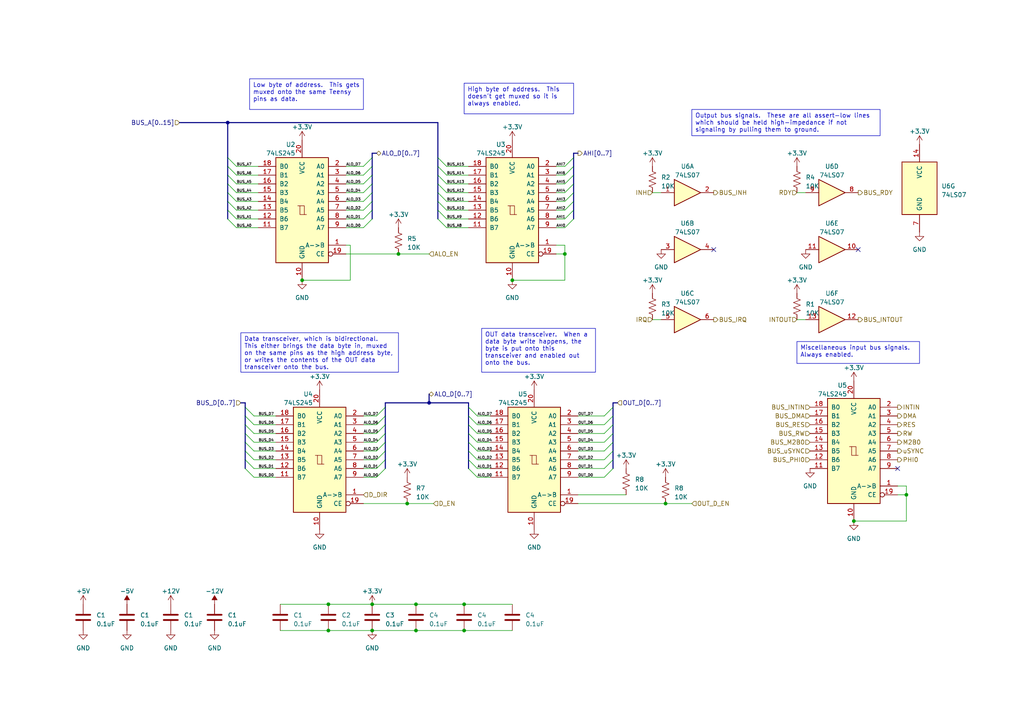
<source format=kicad_sch>
(kicad_sch (version 20230121) (generator eeschema)
  (paper "A4")
  (lib_symbols
    (symbol "74xx:74LS07" (pin_names (offset 1.016))
      (property "Reference" "U" (at 0 1.27 0))
      (property "Value" "74LS07" (at 0 -1.27 0))
      (symbol "74LS07_1_0"
        (polyline (pts (xy -3.81 3.81) (xy -3.81 -3.81) (xy 3.81 0) (xy -3.81 3.81)) (stroke (width 0.254)) (fill (type background)))
        (pin input line (at -7.62 0 0) (length 3.81) (name "~") (number "1"))
        (pin open_collector line (at 7.62 0 180) (length 3.81) (name "~") (number "2"))
      )
      (symbol "74LS07_2_0"
        (polyline (pts (xy -3.81 3.81) (xy -3.81 -3.81) (xy 3.81 0) (xy -3.81 3.81)) (stroke (width 0.254)) (fill (type background)))
        (pin input line (at -7.62 0 0) (length 3.81) (name "~") (number "3"))
        (pin open_collector line (at 7.62 0 180) (length 3.81) (name "~") (number "4"))
      )
      (symbol "74LS07_3_0"
        (polyline (pts (xy -3.81 3.81) (xy -3.81 -3.81) (xy 3.81 0) (xy -3.81 3.81)) (stroke (width 0.254)) (fill (type background)))
        (pin input line (at -7.62 0 0) (length 3.81) (name "~") (number "5"))
        (pin open_collector line (at 7.62 0 180) (length 3.81) (name "~") (number "6"))
      )
      (symbol "74LS07_4_0"
        (polyline (pts (xy -3.81 3.81) (xy -3.81 -3.81) (xy 3.81 0) (xy -3.81 3.81)) (stroke (width 0.254)) (fill (type background)))
        (pin open_collector line (at 7.62 0 180) (length 3.81) (name "~") (number "8"))
        (pin input line (at -7.62 0 0) (length 3.81) (name "~") (number "9"))
      )
      (symbol "74LS07_5_0"
        (polyline (pts (xy -3.81 3.81) (xy -3.81 -3.81) (xy 3.81 0) (xy -3.81 3.81)) (stroke (width 0.254)) (fill (type background)))
        (pin open_collector line (at 7.62 0 180) (length 3.81) (name "~") (number "10"))
        (pin input line (at -7.62 0 0) (length 3.81) (name "~") (number "11"))
      )
      (symbol "74LS07_6_0"
        (polyline (pts (xy -3.81 3.81) (xy -3.81 -3.81) (xy 3.81 0) (xy -3.81 3.81)) (stroke (width 0.254)) (fill (type background)))
        (pin open_collector line (at 7.62 0 180) (length 3.81) (name "~") (number "12"))
        (pin input line (at -7.62 0 0) (length 3.81) (name "~") (number "13"))
      )
      (symbol "74LS07_7_0"
        (pin power_in line (at 0 12.7 270) (length 5.08) (name "VCC") (number "14"))
        (pin power_in line (at 0 -12.7 90) (length 5.08) (name "GND") (number "7"))
      )
      (symbol "74LS07_7_1"
        (rectangle (start -5.08 7.62) (end 5.08 -7.62) (stroke (width 0.254)) (fill (type background)))
      )
    )
    (symbol "74xx:74LS245" (pin_names (offset 1.016))
      (property "Reference" "U" (at -7.62 16.51 0))
      (property "Value" "74LS245" (at -7.62 -16.51 0))
      (symbol "74LS245_1_0"
        (polyline (pts (xy -0.635 -1.27) (xy -0.635 1.27) (xy 0.635 1.27)))
        (polyline (pts (xy -1.27 -1.27) (xy 0.635 -1.27) (xy 0.635 1.27) (xy 1.27 1.27)))
        (pin input line (at -12.7 -10.16 0) (length 5.08) (name "A->B") (number "1"))
        (pin power_in line (at 0 -20.32 90) (length 5.08) (name "GND") (number "10"))
        (pin tri_state line (at 12.7 -5.08 180) (length 5.08) (name "B7") (number "11"))
        (pin tri_state line (at 12.7 -2.54 180) (length 5.08) (name "B6") (number "12"))
        (pin tri_state line (at 12.7 0 180) (length 5.08) (name "B5") (number "13"))
        (pin tri_state line (at 12.7 2.54 180) (length 5.08) (name "B4") (number "14"))
        (pin tri_state line (at 12.7 5.08 180) (length 5.08) (name "B3") (number "15"))
        (pin tri_state line (at 12.7 7.62 180) (length 5.08) (name "B2") (number "16"))
        (pin tri_state line (at 12.7 10.16 180) (length 5.08) (name "B1") (number "17"))
        (pin tri_state line (at 12.7 12.7 180) (length 5.08) (name "B0") (number "18"))
        (pin input inverted (at -12.7 -12.7 0) (length 5.08) (name "CE") (number "19"))
        (pin tri_state line (at -12.7 12.7 0) (length 5.08) (name "A0") (number "2"))
        (pin power_in line (at 0 20.32 270) (length 5.08) (name "VCC") (number "20"))
        (pin tri_state line (at -12.7 10.16 0) (length 5.08) (name "A1") (number "3"))
        (pin tri_state line (at -12.7 7.62 0) (length 5.08) (name "A2") (number "4"))
        (pin tri_state line (at -12.7 5.08 0) (length 5.08) (name "A3") (number "5"))
        (pin tri_state line (at -12.7 2.54 0) (length 5.08) (name "A4") (number "6"))
        (pin tri_state line (at -12.7 0 0) (length 5.08) (name "A5") (number "7"))
        (pin tri_state line (at -12.7 -2.54 0) (length 5.08) (name "A6") (number "8"))
        (pin tri_state line (at -12.7 -5.08 0) (length 5.08) (name "A7") (number "9"))
      )
      (symbol "74LS245_1_1"
        (rectangle (start -7.62 15.24) (end 7.62 -15.24) (stroke (width 0.254)) (fill (type background)))
      )
    )
    (symbol "Device:C" (pin_numbers hide) (pin_names (offset 0.254))
      (property "Reference" "C" (at 0.635 2.54 0))
      (property "Value" "C" (at 0.635 -2.54 0))
      (symbol "C_0_1"
        (polyline (pts (xy -2.032 -0.762) (xy 2.032 -0.762)) (stroke (width 0.508)))
        (polyline (pts (xy -2.032 0.762) (xy 2.032 0.762)) (stroke (width 0.508)))
      )
      (symbol "C_1_1"
        (pin passive line (at 0 3.81 270) (length 2.794) (name "~") (number "1"))
        (pin passive line (at 0 -3.81 90) (length 2.794) (name "~") (number "2"))
      )
    )
    (symbol "Device:R_US" (pin_numbers hide) (pin_names (offset 0))
      (property "Reference" "R" (at 2.54 0 90))
      (property "Value" "R_US" (at -2.54 0 90))
      (symbol "R_US_0_1"
        (polyline (pts (xy 0 -2.286) (xy 0 -2.54)))
        (polyline (pts (xy 0 2.286) (xy 0 2.54)))
        (polyline (pts (xy 0 -0.762) (xy 1.016 -1.143) (xy 0 -1.524) (xy -1.016 -1.905) (xy 0 -2.286)))
        (polyline (pts (xy 0 0.762) (xy 1.016 0.381) (xy 0 0) (xy -1.016 -0.381) (xy 0 -0.762)))
        (polyline (pts (xy 0 2.286) (xy 1.016 1.905) (xy 0 1.524) (xy -1.016 1.143) (xy 0 0.762)))
      )
      (symbol "R_US_1_1"
        (pin passive line (at 0 3.81 270) (length 1.27) (name "~") (number "1"))
        (pin passive line (at 0 -3.81 90) (length 1.27) (name "~") (number "2"))
      )
    )
    (symbol "power:+12V" (power) (pin_names (offset 0))
      (property "Value" "+12V" (at 0 3.556 0))
      (symbol "+12V_0_1"
        (polyline (pts (xy -0.762 1.27) (xy 0 2.54)))
        (polyline (pts (xy 0 0) (xy 0 2.54)))
        (polyline (pts (xy 0 2.54) (xy 0.762 1.27)))
      )
      (symbol "+12V_1_1"
        (pin power_in line (at 0 0 90) (length 0) hide (name "+12V") (number "1"))
      )
    )
    (symbol "power:+3.3V" (power) (pin_names (offset 0))
      (property "Value" "+3.3V" (at 0 3.556 0))
      (symbol "+3.3V_0_1"
        (polyline (pts (xy -0.762 1.27) (xy 0 2.54)))
        (polyline (pts (xy 0 0) (xy 0 2.54)))
        (polyline (pts (xy 0 2.54) (xy 0.762 1.27)))
      )
      (symbol "+3.3V_1_1"
        (pin power_in line (at 0 0 90) (length 0) hide (name "+3.3V") (number "1"))
      )
    )
    (symbol "power:+5V" (power) (pin_names (offset 0))
      (property "Value" "+5V" (at 0 3.556 0))
      (symbol "+5V_0_1"
        (polyline (pts (xy -0.762 1.27) (xy 0 2.54)))
        (polyline (pts (xy 0 0) (xy 0 2.54)))
        (polyline (pts (xy 0 2.54) (xy 0.762 1.27)))
      )
      (symbol "+5V_1_1"
        (pin power_in line (at 0 0 90) (length 0) hide (name "+5V") (number "1"))
      )
    )
    (symbol "power:-12V" (power) (pin_names (offset 0))
      (property "Value" "-12V" (at 0 3.81 0))
      (symbol "-12V_0_0"
        (pin power_in line (at 0 0 90) (length 0) hide (name "-12V") (number "1"))
      )
      (symbol "-12V_0_1"
        (polyline (pts (xy 0 0) (xy 0 1.27) (xy 0.762 1.27) (xy 0 2.54) (xy -0.762 1.27) (xy 0 1.27)) (fill (type outline)))
      )
    )
    (symbol "power:-5V" (power) (pin_names (offset 0))
      (property "Value" "-5V" (at 0 3.81 0))
      (symbol "-5V_0_0"
        (pin power_in line (at 0 0 90) (length 0) hide (name "-5V") (number "1"))
      )
      (symbol "-5V_0_1"
        (polyline (pts (xy 0 0) (xy 0 1.27) (xy 0.762 1.27) (xy 0 2.54) (xy -0.762 1.27) (xy 0 1.27)) (fill (type outline)))
      )
    )
    (symbol "power:GND" (power) (pin_names (offset 0))
      (property "Value" "GND" (at 0 -3.81 0))
      (symbol "GND_0_1"
        (polyline (pts (xy 0 0) (xy 0 -1.27) (xy 1.27 -1.27) (xy 0 -2.54) (xy -1.27 -1.27) (xy 0 -1.27)))
      )
      (symbol "GND_1_1"
        (pin power_in line (at 0 0 270) (length 0) hide (name "GND") (number "1"))
      )
    )
  )
  (junction (at 120.65 182.88))
  (junction (at 107.95 175.26))
  (junction (at 134.62 182.88))
  (junction (at 118.11 146.05))
  (junction (at 163.83 73.66))
  (junction (at 120.65 175.26))
  (junction (at 247.65 151.13))
  (junction (at 95.25 182.88))
  (junction (at 262.89 143.51))
  (junction (at 148.59 81.28))
  (junction (at 66.04 35.56))
  (junction (at 124.46 116.84))
  (junction (at 95.25 175.26))
  (junction (at 193.04 146.05))
  (junction (at 107.95 182.88))
  (junction (at 134.62 175.26))
  (junction (at 115.57 73.66))
  (junction (at 87.63 81.28))
  (no_connect (at 260.35 135.89))
  (no_connect (at 207.01 72.39))
  (no_connect (at 248.92 72.39))
  (bus_entry (at 71.12 118.11) (size 2.54 2.54))
  (bus_entry (at 175.26 128.27) (size 2.54 -2.54))
  (bus_entry (at 105.41 48.26) (size 2.54 -2.54))
  (bus_entry (at 127 58.42) (size 2.54 2.54))
  (bus_entry (at 163.83 50.8) (size 2.54 -2.54))
  (bus_entry (at 127 53.34) (size 2.54 2.54))
  (bus_entry (at 175.26 130.81) (size 2.54 -2.54))
  (bus_entry (at 127 63.5) (size 2.54 2.54))
  (bus_entry (at 105.41 50.8) (size 2.54 -2.54))
  (bus_entry (at 127 45.72) (size 2.54 2.54))
  (bus_entry (at 175.26 133.35) (size 2.54 -2.54))
  (bus_entry (at 66.04 53.34) (size 2.54 2.54))
  (bus_entry (at 135.89 130.81) (size 2.54 2.54))
  (bus_entry (at 109.22 133.35) (size 2.54 -2.54))
  (bus_entry (at 135.89 123.19) (size 2.54 2.54))
  (bus_entry (at 66.04 63.5) (size 2.54 2.54))
  (bus_entry (at 105.41 63.5) (size 2.54 -2.54))
  (bus_entry (at 163.83 60.96) (size 2.54 -2.54))
  (bus_entry (at 135.89 118.11) (size 2.54 2.54))
  (bus_entry (at 163.83 63.5) (size 2.54 -2.54))
  (bus_entry (at 175.26 125.73) (size 2.54 -2.54))
  (bus_entry (at 109.22 128.27) (size 2.54 -2.54))
  (bus_entry (at 66.04 55.88) (size 2.54 2.54))
  (bus_entry (at 105.41 58.42) (size 2.54 -2.54))
  (bus_entry (at 66.04 60.96) (size 2.54 2.54))
  (bus_entry (at 66.04 45.72) (size 2.54 2.54))
  (bus_entry (at 135.89 133.35) (size 2.54 2.54))
  (bus_entry (at 71.12 130.81) (size 2.54 2.54))
  (bus_entry (at 127 50.8) (size 2.54 2.54))
  (bus_entry (at 135.89 135.89) (size 2.54 2.54))
  (bus_entry (at 175.26 123.19) (size 2.54 -2.54))
  (bus_entry (at 109.22 138.43) (size 2.54 -2.54))
  (bus_entry (at 71.12 133.35) (size 2.54 2.54))
  (bus_entry (at 127 60.96) (size 2.54 2.54))
  (bus_entry (at 127 55.88) (size 2.54 2.54))
  (bus_entry (at 66.04 50.8) (size 2.54 2.54))
  (bus_entry (at 163.83 53.34) (size 2.54 -2.54))
  (bus_entry (at 109.22 135.89) (size 2.54 -2.54))
  (bus_entry (at 163.83 66.04) (size 2.54 -2.54))
  (bus_entry (at 71.12 135.89) (size 2.54 2.54))
  (bus_entry (at 105.41 53.34) (size 2.54 -2.54))
  (bus_entry (at 71.12 123.19) (size 2.54 2.54))
  (bus_entry (at 175.26 135.89) (size 2.54 -2.54))
  (bus_entry (at 109.22 125.73) (size 2.54 -2.54))
  (bus_entry (at 71.12 120.65) (size 2.54 2.54))
  (bus_entry (at 109.22 120.65) (size 2.54 -2.54))
  (bus_entry (at 105.41 55.88) (size 2.54 -2.54))
  (bus_entry (at 163.83 48.26) (size 2.54 -2.54))
  (bus_entry (at 109.22 130.81) (size 2.54 -2.54))
  (bus_entry (at 135.89 120.65) (size 2.54 2.54))
  (bus_entry (at 66.04 58.42) (size 2.54 2.54))
  (bus_entry (at 135.89 125.73) (size 2.54 2.54))
  (bus_entry (at 175.26 138.43) (size 2.54 -2.54))
  (bus_entry (at 71.12 125.73) (size 2.54 2.54))
  (bus_entry (at 175.26 120.65) (size 2.54 -2.54))
  (bus_entry (at 105.41 66.04) (size 2.54 -2.54))
  (bus_entry (at 163.83 58.42) (size 2.54 -2.54))
  (bus_entry (at 66.04 48.26) (size 2.54 2.54))
  (bus_entry (at 109.22 123.19) (size 2.54 -2.54))
  (bus_entry (at 71.12 128.27) (size 2.54 2.54))
  (bus_entry (at 163.83 55.88) (size 2.54 -2.54))
  (bus_entry (at 105.41 60.96) (size 2.54 -2.54))
  (bus_entry (at 135.89 128.27) (size 2.54 2.54))
  (bus_entry (at 127 48.26) (size 2.54 2.54))
  (wire (pts (xy 68.58 60.96) (xy 74.93 60.96)))
  (bus (pts (xy 111.76 133.35) (xy 111.76 130.81)))
  (bus (pts (xy 177.8 123.19) (xy 177.8 120.65)))
  (wire (pts (xy 95.25 182.88) (xy 107.95 182.88)))
  (wire (pts (xy 167.64 138.43) (xy 175.26 138.43)))
  (wire (pts (xy 101.6 81.28) (xy 87.63 81.28)))
  (bus (pts (xy 71.12 123.19) (xy 71.12 125.73)))
  (wire (pts (xy 115.57 73.66) (xy 124.46 73.66)))
  (wire (pts (xy 161.29 58.42) (xy 163.83 58.42)))
  (bus (pts (xy 166.37 50.8) (xy 166.37 48.26)))
  (bus (pts (xy 107.95 48.26) (xy 107.95 50.8)))
  (wire (pts (xy 129.54 50.8) (xy 135.89 50.8)))
  (wire (pts (xy 138.43 133.35) (xy 142.24 133.35)))
  (wire (pts (xy 68.58 55.88) (xy 74.93 55.88)))
  (bus (pts (xy 111.76 123.19) (xy 111.76 120.65)))
  (bus (pts (xy 71.12 120.65) (xy 71.12 123.19)))
  (bus (pts (xy 166.37 44.45) (xy 167.64 44.45)))
  (bus (pts (xy 111.76 130.81) (xy 111.76 128.27)))
  (wire (pts (xy 161.29 66.04) (xy 163.83 66.04)))
  (wire (pts (xy 163.83 73.66) (xy 163.83 81.28)))
  (wire (pts (xy 118.11 146.05) (xy 125.73 146.05)))
  (bus (pts (xy 52.07 35.56) (xy 66.04 35.56)))
  (wire (pts (xy 129.54 55.88) (xy 135.89 55.88)))
  (wire (pts (xy 247.65 151.13) (xy 262.89 151.13)))
  (bus (pts (xy 166.37 45.72) (xy 166.37 44.45)))
  (bus (pts (xy 127 60.96) (xy 127 63.5)))
  (wire (pts (xy 73.66 123.19) (xy 80.01 123.19)))
  (wire (pts (xy 167.64 130.81) (xy 175.26 130.81)))
  (bus (pts (xy 111.76 116.84) (xy 124.46 116.84)))
  (wire (pts (xy 100.33 50.8) (xy 105.41 50.8)))
  (wire (pts (xy 161.29 63.5) (xy 163.83 63.5)))
  (bus (pts (xy 177.8 135.89) (xy 177.8 133.35)))
  (wire (pts (xy 120.65 175.26) (xy 134.62 175.26)))
  (wire (pts (xy 167.64 143.51) (xy 181.61 143.51)))
  (bus (pts (xy 135.89 133.35) (xy 135.89 135.89)))
  (wire (pts (xy 100.33 55.88) (xy 105.41 55.88)))
  (wire (pts (xy 73.66 130.81) (xy 80.01 130.81)))
  (wire (pts (xy 167.64 125.73) (xy 175.26 125.73)))
  (bus (pts (xy 177.8 125.73) (xy 177.8 123.19)))
  (wire (pts (xy 262.89 143.51) (xy 262.89 140.97)))
  (wire (pts (xy 105.41 133.35) (xy 109.22 133.35)))
  (wire (pts (xy 260.35 143.51) (xy 262.89 143.51)))
  (bus (pts (xy 127 35.56) (xy 127 45.72)))
  (wire (pts (xy 262.89 151.13) (xy 262.89 143.51)))
  (bus (pts (xy 166.37 48.26) (xy 166.37 45.72)))
  (bus (pts (xy 135.89 118.11) (xy 135.89 120.65)))
  (bus (pts (xy 177.8 133.35) (xy 177.8 130.81)))
  (bus (pts (xy 135.89 120.65) (xy 135.89 123.19)))
  (wire (pts (xy 68.58 50.8) (xy 74.93 50.8)))
  (bus (pts (xy 66.04 48.26) (xy 66.04 50.8)))
  (bus (pts (xy 135.89 116.84) (xy 135.89 118.11)))
  (bus (pts (xy 71.12 130.81) (xy 71.12 133.35)))
  (wire (pts (xy 73.66 135.89) (xy 80.01 135.89)))
  (bus (pts (xy 107.95 60.96) (xy 107.95 63.5)))
  (bus (pts (xy 107.95 53.34) (xy 107.95 55.88)))
  (bus (pts (xy 71.12 118.11) (xy 71.12 120.65)))
  (wire (pts (xy 161.29 48.26) (xy 163.83 48.26)))
  (bus (pts (xy 177.8 130.81) (xy 177.8 128.27)))
  (bus (pts (xy 166.37 60.96) (xy 166.37 58.42)))
  (wire (pts (xy 167.64 133.35) (xy 175.26 133.35)))
  (wire (pts (xy 120.65 182.88) (xy 134.62 182.88)))
  (bus (pts (xy 71.12 125.73) (xy 71.12 128.27)))
  (bus (pts (xy 166.37 53.34) (xy 166.37 50.8)))
  (wire (pts (xy 107.95 175.26) (xy 120.65 175.26)))
  (wire (pts (xy 105.41 120.65) (xy 109.22 120.65)))
  (bus (pts (xy 111.76 120.65) (xy 111.76 118.11)))
  (wire (pts (xy 73.66 128.27) (xy 80.01 128.27)))
  (bus (pts (xy 66.04 35.56) (xy 127 35.56)))
  (bus (pts (xy 66.04 55.88) (xy 66.04 58.42)))
  (wire (pts (xy 68.58 63.5) (xy 74.93 63.5)))
  (wire (pts (xy 100.33 66.04) (xy 105.41 66.04)))
  (wire (pts (xy 68.58 58.42) (xy 74.93 58.42)))
  (wire (pts (xy 81.28 182.88) (xy 95.25 182.88)))
  (bus (pts (xy 166.37 63.5) (xy 166.37 60.96)))
  (wire (pts (xy 138.43 123.19) (xy 142.24 123.19)))
  (wire (pts (xy 134.62 175.26) (xy 148.59 175.26)))
  (wire (pts (xy 68.58 53.34) (xy 74.93 53.34)))
  (bus (pts (xy 107.95 55.88) (xy 107.95 58.42)))
  (wire (pts (xy 138.43 135.89) (xy 142.24 135.89)))
  (wire (pts (xy 105.41 146.05) (xy 118.11 146.05)))
  (bus (pts (xy 66.04 45.72) (xy 66.04 48.26)))
  (wire (pts (xy 68.58 48.26) (xy 74.93 48.26)))
  (bus (pts (xy 166.37 55.88) (xy 166.37 53.34)))
  (wire (pts (xy 161.29 71.12) (xy 163.83 71.12)))
  (bus (pts (xy 66.04 35.56) (xy 66.04 45.72)))
  (wire (pts (xy 262.89 140.97) (xy 260.35 140.97)))
  (bus (pts (xy 107.95 58.42) (xy 107.95 60.96)))
  (bus (pts (xy 124.46 116.84) (xy 135.89 116.84)))
  (bus (pts (xy 107.95 44.45) (xy 107.95 45.72)))
  (wire (pts (xy 73.66 133.35) (xy 80.01 133.35)))
  (bus (pts (xy 135.89 123.19) (xy 135.89 125.73)))
  (wire (pts (xy 73.66 125.73) (xy 80.01 125.73)))
  (bus (pts (xy 107.95 45.72) (xy 107.95 48.26)))
  (wire (pts (xy 129.54 63.5) (xy 135.89 63.5)))
  (wire (pts (xy 161.29 53.34) (xy 163.83 53.34)))
  (wire (pts (xy 73.66 120.65) (xy 80.01 120.65)))
  (wire (pts (xy 189.23 55.88) (xy 191.77 55.88)))
  (bus (pts (xy 111.76 128.27) (xy 111.76 125.73)))
  (wire (pts (xy 100.33 60.96) (xy 105.41 60.96)))
  (wire (pts (xy 161.29 50.8) (xy 163.83 50.8)))
  (bus (pts (xy 71.12 116.84) (xy 71.12 118.11)))
  (wire (pts (xy 193.04 146.05) (xy 200.66 146.05)))
  (wire (pts (xy 129.54 60.96) (xy 135.89 60.96)))
  (wire (pts (xy 105.41 125.73) (xy 109.22 125.73)))
  (wire (pts (xy 129.54 48.26) (xy 135.89 48.26)))
  (wire (pts (xy 105.41 128.27) (xy 109.22 128.27)))
  (wire (pts (xy 129.54 66.04) (xy 135.89 66.04)))
  (bus (pts (xy 127 45.72) (xy 127 48.26)))
  (wire (pts (xy 105.41 130.81) (xy 109.22 130.81)))
  (wire (pts (xy 167.64 123.19) (xy 175.26 123.19)))
  (wire (pts (xy 68.58 66.04) (xy 74.93 66.04)))
  (bus (pts (xy 127 58.42) (xy 127 60.96)))
  (wire (pts (xy 100.33 71.12) (xy 101.6 71.12)))
  (bus (pts (xy 111.76 118.11) (xy 111.76 116.84)))
  (wire (pts (xy 161.29 73.66) (xy 163.83 73.66)))
  (wire (pts (xy 167.64 120.65) (xy 175.26 120.65)))
  (wire (pts (xy 138.43 138.43) (xy 142.24 138.43)))
  (bus (pts (xy 111.76 135.89) (xy 111.76 133.35)))
  (wire (pts (xy 105.41 123.19) (xy 109.22 123.19)))
  (bus (pts (xy 66.04 60.96) (xy 66.04 63.5)))
  (wire (pts (xy 167.64 128.27) (xy 175.26 128.27)))
  (bus (pts (xy 71.12 133.35) (xy 71.12 135.89)))
  (bus (pts (xy 109.22 44.45) (xy 107.95 44.45)))
  (wire (pts (xy 107.95 182.88) (xy 120.65 182.88)))
  (bus (pts (xy 177.8 116.84) (xy 179.07 116.84)))
  (wire (pts (xy 100.33 53.34) (xy 105.41 53.34)))
  (wire (pts (xy 81.28 175.26) (xy 95.25 175.26)))
  (wire (pts (xy 167.64 146.05) (xy 193.04 146.05)))
  (wire (pts (xy 231.14 92.71) (xy 233.68 92.71)))
  (bus (pts (xy 66.04 53.34) (xy 66.04 55.88)))
  (wire (pts (xy 100.33 73.66) (xy 115.57 73.66)))
  (bus (pts (xy 66.04 50.8) (xy 66.04 53.34)))
  (bus (pts (xy 107.95 50.8) (xy 107.95 53.34)))
  (wire (pts (xy 231.14 55.88) (xy 233.68 55.88)))
  (wire (pts (xy 161.29 60.96) (xy 163.83 60.96)))
  (wire (pts (xy 138.43 130.81) (xy 142.24 130.81)))
  (wire (pts (xy 100.33 58.42) (xy 105.41 58.42)))
  (wire (pts (xy 138.43 125.73) (xy 142.24 125.73)))
  (wire (pts (xy 163.83 71.12) (xy 163.83 73.66)))
  (bus (pts (xy 69.85 116.84) (xy 71.12 116.84)))
  (bus (pts (xy 127 50.8) (xy 127 53.34)))
  (bus (pts (xy 135.89 130.81) (xy 135.89 133.35)))
  (wire (pts (xy 100.33 63.5) (xy 105.41 63.5)))
  (bus (pts (xy 66.04 58.42) (xy 66.04 60.96)))
  (wire (pts (xy 167.64 135.89) (xy 175.26 135.89)))
  (wire (pts (xy 161.29 55.88) (xy 163.83 55.88)))
  (bus (pts (xy 127 55.88) (xy 127 58.42)))
  (bus (pts (xy 177.8 116.84) (xy 177.8 118.11)))
  (bus (pts (xy 127 48.26) (xy 127 50.8)))
  (wire (pts (xy 95.25 175.26) (xy 107.95 175.26)))
  (bus (pts (xy 71.12 128.27) (xy 71.12 130.81)))
  (wire (pts (xy 100.33 48.26) (xy 105.41 48.26)))
  (bus (pts (xy 124.46 114.3) (xy 124.46 116.84)))
  (wire (pts (xy 105.41 135.89) (xy 109.22 135.89)))
  (wire (pts (xy 101.6 71.12) (xy 101.6 81.28)))
  (bus (pts (xy 135.89 128.27) (xy 135.89 130.81)))
  (wire (pts (xy 163.83 81.28) (xy 148.59 81.28)))
  (bus (pts (xy 127 53.34) (xy 127 55.88)))
  (wire (pts (xy 134.62 182.88) (xy 148.59 182.88)))
  (bus (pts (xy 135.89 125.73) (xy 135.89 128.27)))
  (wire (pts (xy 138.43 128.27) (xy 142.24 128.27)))
  (wire (pts (xy 129.54 53.34) (xy 135.89 53.34)))
  (wire (pts (xy 189.23 92.71) (xy 191.77 92.71)))
  (bus (pts (xy 177.8 128.27) (xy 177.8 125.73)))
  (wire (pts (xy 138.43 120.65) (xy 142.24 120.65)))
  (bus (pts (xy 166.37 58.42) (xy 166.37 55.88)))
  (bus (pts (xy 177.8 120.65) (xy 177.8 118.11)))
  (bus (pts (xy 111.76 125.73) (xy 111.76 123.19)))
  (wire (pts (xy 73.66 138.43) (xy 80.01 138.43)))
  (wire (pts (xy 105.41 138.43) (xy 109.22 138.43)))
  (wire (pts (xy 129.54 58.42) (xy 135.89 58.42)))
  (text_box "Output bus signals.  These are all assert-low lines which should be held high-impedance if not signaling by pulling them to ground." (at 200.66 31.75 0) (size 54.61 7.62) (effects (font (size 1.27 1.27)) (justify left top)))
  (text_box "OUT data transceiver.  When a data byte write happens, the byte is put onto this transceiver and enabled out onto the bus." (at 139.7 95.25 0) (size 33.02 12.7) (effects (font (size 1.27 1.27)) (justify left top)))
  (text_box "High byte of address.  This doesn't get muxed so it is always enabled." (at 134.62 24.13 0) (size 31.75 8.89) (effects (font (size 1.27 1.27)) (justify left top)))
  (text_box "Miscellaneous input bus signals.  Always enabled." (at 231.14 99.06 0) (size 35.56 6.35) (effects (font (size 1.27 1.27)) (justify left top)))
  (text_box "Low byte of address.  This gets muxed onto the same Teensy pins as data." (at 72.39 22.86 0) (size 33.02 8.89) (effects (font (size 1.27 1.27)) (justify left top)))
  (text_box "Data transceiver, which is bidirectional.  This either brings the data byte in, muxed on the same pins as the high address byte, or writes the contents of the OUT data transceiver onto the bus." (at 69.85 96.52 0) (size 45.72 11.43) (effects (font (size 1.27 1.27)) (justify left top)))
  (label "ALO_D0" (at 100.33 66.04 0) (effects (font (size 0.762 0.762))))
  (label "BUS_A0" (at 68.58 66.04 0) (effects (font (size 0.762 0.762))))
  (label "BUS_A9" (at 129.54 63.5 0) (effects (font (size 0.762 0.762))))
  (label "BUS_D3" (at 74.93 130.81 0) (effects (font (size 0.762 0.762))))
  (label "BUS_A6" (at 68.58 50.8 0) (effects (font (size 0.762 0.762))))
  (label "ALO_D2" (at 105.41 133.35 0) (effects (font (size 0.762 0.762))))
  (label "ALO_D4" (at 138.43 128.27 0) (effects (font (size 0.762 0.762))))
  (label "OUT_D5" (at 167.64 125.73 0) (effects (font (size 0.762 0.762))))
  (label "ALO_D6" (at 105.41 123.19 0) (effects (font (size 0.762 0.762))))
  (label "ALO_D0" (at 105.41 138.43 0) (effects (font (size 0.762 0.762))))
  (label "BUS_A15" (at 129.54 48.26 0) (effects (font (size 0.762 0.762))))
  (label "ALO_D6" (at 100.33 50.8 0) (effects (font (size 0.762 0.762))))
  (label "ALO_D1" (at 138.43 135.89 0) (effects (font (size 0.762 0.762))))
  (label "OUT_D3" (at 167.64 130.81 0) (effects (font (size 0.762 0.762))))
  (label "OUT_D4" (at 167.64 128.27 0) (effects (font (size 0.762 0.762))))
  (label "OUT_D2" (at 167.64 133.35 0) (effects (font (size 0.762 0.762))))
  (label "BUS_A13" (at 129.54 53.34 0) (effects (font (size 0.762 0.762))))
  (label "OUT_D1" (at 167.64 135.89 0) (effects (font (size 0.762 0.762))))
  (label "ALO_D5" (at 100.33 53.34 0) (effects (font (size 0.762 0.762))))
  (label "BUS_D7" (at 74.93 120.65 0) (effects (font (size 0.762 0.762))))
  (label "BUS_A14" (at 129.54 50.8 0) (effects (font (size 0.762 0.762))))
  (label "BUS_A8" (at 129.54 66.04 0) (effects (font (size 0.762 0.762))))
  (label "BUS_A12" (at 129.54 55.88 0) (effects (font (size 0.762 0.762))))
  (label "BUS_D6" (at 74.93 123.19 0) (effects (font (size 0.762 0.762))))
  (label "ALO_D4" (at 105.41 128.27 0) (effects (font (size 0.762 0.762))))
  (label "ALO_D0" (at 138.43 138.43 0) (effects (font (size 0.762 0.762))))
  (label "BUS_D0" (at 74.93 138.43 0) (effects (font (size 0.762 0.762))))
  (label "BUS_A3" (at 68.58 58.42 0) (effects (font (size 0.762 0.762))))
  (label "BUS_A1" (at 68.58 63.5 0) (effects (font (size 0.762 0.762))))
  (label "BUS_A4" (at 68.58 55.88 0) (effects (font (size 0.762 0.762))))
  (label "AHI5" (at 161.29 53.34 0) (effects (font (size 0.762 0.762))))
  (label "ALO_D3" (at 105.41 130.81 0) (effects (font (size 0.762 0.762))))
  (label "BUS_A2" (at 68.58 60.96 0) (effects (font (size 0.762 0.762))))
  (label "ALO_D7" (at 138.43 120.65 0) (effects (font (size 0.762 0.762))))
  (label "AHI6" (at 161.29 50.8 0) (effects (font (size 0.762 0.762))))
  (label "BUS_A5" (at 68.58 53.34 0) (effects (font (size 0.762 0.762))))
  (label "BUS_A11" (at 129.54 58.42 0) (effects (font (size 0.762 0.762))))
  (label "ALO_D7" (at 100.33 48.26 0) (effects (font (size 0.762 0.762))))
  (label "OUT_D0" (at 167.64 138.43 0) (effects (font (size 0.762 0.762))))
  (label "ALO_D4" (at 100.33 55.88 0) (effects (font (size 0.762 0.762))))
  (label "AHI3" (at 161.29 58.42 0) (effects (font (size 0.762 0.762))))
  (label "ALO_D2" (at 100.33 60.96 0) (effects (font (size 0.762 0.762))))
  (label "BUS_A7" (at 68.58 48.26 0) (effects (font (size 0.762 0.762))))
  (label "AHI2" (at 161.29 60.96 0) (effects (font (size 0.762 0.762))))
  (label "BUS_D4" (at 74.93 128.27 0) (effects (font (size 0.762 0.762))))
  (label "ALO_D6" (at 138.43 123.19 0) (effects (font (size 0.762 0.762))))
  (label "ALO_D3" (at 100.33 58.42 0) (effects (font (size 0.762 0.762))))
  (label "ALO_D5" (at 105.41 125.73 0) (effects (font (size 0.762 0.762))))
  (label "BUS_D5" (at 74.93 125.73 0) (effects (font (size 0.762 0.762))))
  (label "ALO_D1" (at 100.33 63.5 0) (effects (font (size 0.762 0.762))))
  (label "BUS_A10" (at 129.54 60.96 0) (effects (font (size 0.762 0.762))))
  (label "ALO_D1" (at 105.41 135.89 0) (effects (font (size 0.762 0.762))))
  (label "ALO_D2" (at 138.43 133.35 0) (effects (font (size 0.762 0.762))))
  (label "BUS_D1" (at 74.93 135.89 0) (effects (font (size 0.762 0.762))))
  (label "OUT_D6" (at 167.64 123.19 0) (effects (font (size 0.762 0.762))))
  (label "OUT_D7" (at 167.64 120.65 0) (effects (font (size 0.762 0.762))))
  (label "AHI0" (at 161.29 66.04 0) (effects (font (size 0.762 0.762))))
  (label "AHI4" (at 161.29 55.88 0) (effects (font (size 0.762 0.762))))
  (label "ALO_D5" (at 138.43 125.73 0) (effects (font (size 0.762 0.762))))
  (label "ALO_D3" (at 138.43 130.81 0) (effects (font (size 0.762 0.762))))
  (label "ALO_D7" (at 105.41 120.65 0) (effects (font (size 0.762 0.762))))
  (label "AHI7" (at 161.29 48.26 0) (effects (font (size 0.762 0.762))))
  (label "AHI1" (at 161.29 63.5 0) (effects (font (size 0.762 0.762))))
  (label "BUS_D2" (at 74.93 133.35 0) (effects (font (size 0.762 0.762))))
  (hierarchical_label "D_EN" (shape input) (at 125.73 146.05 0))
  (hierarchical_label "PHI0" (shape output) (at 260.35 133.35 0))
  (hierarchical_label "BUS_DMA" (shape input) (at 234.95 120.65 180))
  (hierarchical_label "BUS_INTIN" (shape input) (at 234.95 118.11 180))
  (hierarchical_label "BUS_RW" (shape input) (at 234.95 125.73 180))
  (hierarchical_label "RES" (shape output) (at 260.35 123.19 0))
  (hierarchical_label "INTIN" (shape output) (at 260.35 118.11 0))
  (hierarchical_label "ALO_D[0..7]" (shape bidirectional) (at 124.46 114.3 0))
  (hierarchical_label "INTOUT" (shape input) (at 231.14 92.71 180))
  (hierarchical_label "BUS_RDY" (shape output) (at 248.92 55.88 0))
  (hierarchical_label "INH" (shape input) (at 189.23 55.88 180))
  (hierarchical_label "D_DIR" (shape input) (at 105.41 143.51 0))
  (hierarchical_label "AHI[0..7]" (shape output) (at 167.64 44.45 0))
  (hierarchical_label "BUS_A[0..15]" (shape input) (at 52.07 35.56 180))
  (hierarchical_label "BUS_uSYNC" (shape input) (at 234.95 130.81 180))
  (hierarchical_label "uSYNC" (shape output) (at 260.35 130.81 0))
  (hierarchical_label "OUT_D_EN" (shape input) (at 200.66 146.05 0))
  (hierarchical_label "BUS_D[0..7]" (shape input) (at 69.85 116.84 180))
  (hierarchical_label "M2B0" (shape output) (at 260.35 128.27 0))
  (hierarchical_label "BUS_IRQ" (shape output) (at 207.01 92.71 0))
  (hierarchical_label "RDY" (shape input) (at 231.14 55.88 180))
  (hierarchical_label "RW" (shape output) (at 260.35 125.73 0))
  (hierarchical_label "BUS_RES" (shape input) (at 234.95 123.19 180))
  (hierarchical_label "IRQ" (shape input) (at 189.23 92.71 180))
  (hierarchical_label "OUT_D[0..7]" (shape input) (at 179.07 116.84 0))
  (hierarchical_label "BUS_M2B0" (shape input) (at 234.95 128.27 180))
  (hierarchical_label "ALO_EN" (shape input) (at 124.46 73.66 0))
  (hierarchical_label "BUS_PHI0" (shape input) (at 234.95 133.35 180))
  (hierarchical_label "ALO_D[0..7]" (shape bidirectional) (at 109.22 44.45 0))
  (hierarchical_label "BUS_INH" (shape output) (at 207.01 55.88 0))
  (hierarchical_label "BUS_INTOUT" (shape output) (at 248.92 92.71 0))
  (hierarchical_label "DMA" (shape output) (at 260.35 120.65 0))
  (symbol (lib_id "power:GND") (at 234.95 135.89 0) (unit 1)
    (property "Reference" "#PWR021" (effects hide))
    (property "Value" "GND" (at 234.95 140.97 0))
  )
  (symbol (lib_id "74xx:74LS07") (at 241.3 92.71 0) (unit 6)
    (property "Reference" "U6" (at 241.3 85.09 0))
    (property "Value" "74LS07" (at 241.3 87.63 0))
    (property "Footprint" "Package_SO:TSSOP-14_4.4x5mm_P0.65mm" (effects hide))
    (property "Datasheet" "www.ti.com/lit/ds/symlink/sn74ls07.pdf" (effects hide))
    (property "LCSC" "C7809" (effects hide))
  )
  (symbol (lib_id "power:GND") (at 154.94 153.67 0) (unit 1)
    (property "Reference" "#PWR04" (effects hide))
    (property "Value" "GND" (at 154.94 158.75 0))
    (instances (project "appletini" (path "" (reference "#PWR04") (unit 1)) (path "" (reference "#PWR013") (unit 1))))
  )
  (symbol (lib_id "power:-5V") (at 36.83 175.26 0) (unit 1)
    (property "Reference" "#PWR041" (effects hide))
    (property "Value" "-5V" (at 36.83 171.45 0))
  )
  (symbol (lib_id "74xx:74LS245") (at 154.94 133.35 0) (mirror y) (unit 1)
    (property "Reference" "U5" (at 152.9841 114.3 0) (effects (justify left)))
    (property "Value" "74LS245" (at 152.9841 116.84 0) (effects (justify left)))
    (property "Footprint" "Package_SO:TSSOP-20_4.4x6.5mm_P0.65mm" (effects hide))
    (property "Datasheet" "http://www.ti.com/lit/gpn/sn74LS245" (effects hide))
    (property "LCSC" "C6082" (effects hide))
    (instances (project "appletini" (path "" (reference "U5") (unit 1)) (path "" (reference "U4") (unit 1))))
  )
  (symbol (lib_id "Device:R_US") (at 118.11 142.24 0) (unit 1)
    (property "Reference" "R7" (at 120.65 141.605 0) (effects (justify left)))
    (property "Value" "10K" (at 120.65 144.145 0) (effects (justify left)))
    (property "Footprint" "Resistor_SMD:R_0402_1005Metric" (effects hide))
    (property "LCSC" "C2991755" (effects hide))
    (instances (project "appletini" (path "" (reference "R7") (unit 1)) (path "" (reference "R6") (unit 1))))
  )
  (symbol (lib_id "74xx:74LS245") (at 92.71 133.35 0) (mirror y) (unit 1)
    (property "Reference" "U4" (at 90.7541 114.3 0) (effects (justify left)))
    (property "Value" "74LS245" (at 90.7541 116.84 0) (effects (justify left)))
    (property "Footprint" "Package_SO:TSSOP-20_4.4x6.5mm_P0.65mm" (effects hide))
    (property "Datasheet" "http://www.ti.com/lit/gpn/sn74LS245" (effects hide))
    (property "LCSC" "C6082" (effects hide))
    (instances (project "appletini" (path "" (reference "U4") (unit 1)) (path "" (reference "U3") (unit 1))))
  )
  (symbol (lib_id "power:+3.3V") (at 148.59 40.64 0) (unit 1)
    (property "Reference" "#PWR011" (effects hide))
    (property "Value" "+3.3V" (at 148.59 36.83 0))
  )
  (symbol (lib_id "power:+3.3V") (at 193.04 138.43 0) (unit 1)
    (property "Reference" "#PWR032" (effects hide))
    (property "Value" "+3.3V" (at 193.04 134.62 0))
  )
  (symbol (lib_id "power:+3.3V") (at 92.71 113.03 0) (unit 1)
    (property "Reference" "#PWR012" (effects hide))
    (property "Value" "+3.3V" (at 92.71 109.22 0))
    (instances (project "appletini" (path "" (reference "#PWR012") (unit 1)) (path "" (reference "#PWR03") (unit 1))))
  )
  (symbol (lib_id "74xx:74LS245") (at 247.65 130.81 0) (mirror y) (unit 1)
    (property "Reference" "U5" (at 245.6941 111.76 0) (effects (justify left)))
    (property "Value" "74LS245" (at 245.6941 114.3 0) (effects (justify left)))
    (property "Footprint" "Package_SO:TSSOP-20_4.4x6.5mm_P0.65mm" (effects hide))
    (property "Datasheet" "http://www.ti.com/lit/gpn/sn74LS245" (effects hide))
    (property "LCSC" "C6082" (effects hide))
  )
  (symbol (lib_id "power:+3.3V") (at 231.14 48.26 0) (unit 1)
    (property "Reference" "#PWR035" (effects hide))
    (property "Value" "+3.3V" (at 231.14 44.45 0))
  )
  (symbol (lib_id "Device:C") (at 148.59 179.07 0) (unit 1)
    (property "Reference" "C4" (at 152.4 178.435 0) (effects (justify left)))
    (property "Value" "0.1uF" (at 152.4 180.975 0) (effects (justify left)))
    (property "Footprint" "Capacitor_SMD:C_1206_3216Metric" (effects hide))
    (property "LCSC" "C24497" (effects hide))
    (instances (project "appletini" (path "" (reference "C4") (unit 1)) (path "" (reference "C6") (unit 1))))
  )
  (symbol (lib_id "power:+3.3V") (at 231.14 85.09 0) (unit 1)
    (property "Reference" "#PWR06" (effects hide))
    (property "Value" "+3.3V" (at 231.14 81.28 0))
  )
  (symbol (lib_id "power:GND") (at 107.95 182.88 0) (unit 1)
    (property "Reference" "#PWR016" (effects hide))
    (property "Value" "GND" (at 107.95 187.96 0))
  )
  (symbol (lib_id "power:GND") (at 148.59 81.28 0) (unit 1)
    (property "Reference" "#PWR02" (effects hide))
    (property "Value" "GND" (at 148.59 86.36 0))
    (instances (project "appletini" (path "" (reference "#PWR02") (unit 1)) (path "" (reference "#PWR025") (unit 1))))
  )
  (symbol (lib_id "Device:C") (at 62.23 179.07 0) (unit 1)
    (property "Reference" "C1" (at 66.04 178.435 0) (effects (justify left)))
    (property "Value" "0.1uF" (at 66.04 180.975 0) (effects (justify left)))
    (property "Footprint" "Capacitor_SMD:C_1206_3216Metric" (effects hide))
    (property "LCSC" "C24497" (effects hide))
    (instances (project "appletini" (path "" (reference "C1") (unit 1)) (path "" (reference "C10") (unit 1))))
  )
  (symbol (lib_id "74xx:74LS07") (at 241.3 72.39 0) (unit 5)
    (property "Reference" "U6" (at 241.3 64.77 0))
    (property "Value" "74LS07" (at 241.3 67.31 0))
    (property "Footprint" "Package_SO:TSSOP-14_4.4x5mm_P0.65mm" (effects hide))
    (property "Datasheet" "www.ti.com/lit/ds/symlink/sn74ls07.pdf" (effects hide))
    (property "LCSC" "C7809" (effects hide))
  )
  (symbol (lib_id "Device:C") (at 24.13 179.07 0) (unit 1)
    (property "Reference" "C1" (at 27.94 178.435 0) (effects (justify left)))
    (property "Value" "0.1uF" (at 27.94 180.975 0) (effects (justify left)))
    (property "Footprint" "Capacitor_SMD:C_1206_3216Metric" (effects hide))
    (property "LCSC" "C24497" (effects hide))
    (instances (project "appletini" (path "" (reference "C1") (unit 1)) (path "" (reference "C7") (unit 1))))
  )
  (symbol (lib_id "power:+5V") (at 24.13 175.26 0) (unit 1)
    (property "Reference" "#PWR040" (effects hide))
    (property "Value" "+5V" (at 24.13 171.45 0))
  )
  (symbol (lib_id "power:+3.3V") (at 115.57 66.04 0) (unit 1)
    (property "Reference" "#PWR025" (effects hide))
    (property "Value" "+3.3V" (at 115.57 62.23 0))
    (instances (project "appletini" (path "" (reference "#PWR025") (unit 1)) (path "" (reference "#PWR010") (unit 1))))
  )
  (symbol (lib_id "Device:R_US") (at 231.14 52.07 0) (unit 1)
    (property "Reference" "R4" (at 233.68 51.435 0) (effects (justify left)))
    (property "Value" "10K" (at 233.68 53.975 0) (effects (justify left)))
    (property "Footprint" "Resistor_SMD:R_0402_1005Metric" (effects hide))
    (property "LCSC" "C2991755" (effects hide))
  )
  (symbol (lib_id "power:GND") (at 36.83 182.88 0) (unit 1)
    (property "Reference" "#PWR016" (effects hide))
    (property "Value" "GND" (at 36.83 187.96 0))
    (instances (project "appletini" (path "" (reference "#PWR016") (unit 1)) (path "" (reference "#PWR037") (unit 1))))
  )
  (symbol (lib_id "74xx:74LS245") (at 148.59 60.96 0) (mirror y) (unit 1)
    (property "Reference" "U3" (at 146.6341 41.91 0) (effects (justify left)))
    (property "Value" "74LS245" (at 146.6341 44.45 0) (effects (justify left)))
    (property "Footprint" "Package_SO:TSSOP-20_4.4x6.5mm_P0.65mm" (effects hide))
    (property "Datasheet" "http://www.ti.com/lit/gpn/sn74LS245" (effects hide))
    (property "LCSC" "C6082" (effects hide))
    (instances (project "appletini" (path "" (reference "U3") (unit 1)) (path "" (reference "U2") (unit 1))))
  )
  (symbol (lib_id "power:+3.3V") (at 189.23 85.09 0) (unit 1)
    (property "Reference" "#PWR034" (effects hide))
    (property "Value" "+3.3V" (at 189.23 81.28 0))
  )
  (symbol (lib_id "power:GND") (at 247.65 151.13 0) (unit 1)
    (property "Reference" "#PWR019" (effects hide))
    (property "Value" "GND" (at 247.65 156.21 0))
  )
  (symbol (lib_id "power:+3.3V") (at 87.63 40.64 0) (unit 1)
    (property "Reference" "#PWR010" (effects hide))
    (property "Value" "+3.3V" (at 87.63 36.83 0))
    (instances (project "appletini" (path "" (reference "#PWR010") (unit 1)) (path "" (reference "#PWR01") (unit 1))))
  )
  (symbol (lib_id "Device:C") (at 107.95 179.07 0) (unit 1)
    (property "Reference" "C3" (at 111.76 178.435 0) (effects (justify left)))
    (property "Value" "0.1uF" (at 111.76 180.975 0) (effects (justify left)))
    (property "Footprint" "Capacitor_SMD:C_1206_3216Metric" (effects hide))
    (property "LCSC" "C24497" (effects hide))
  )
  (symbol (lib_id "power:GND") (at 191.77 72.39 0) (unit 1)
    (property "Reference" "#PWR014" (effects hide))
    (property "Value" "GND" (at 191.77 77.47 0))
  )
  (symbol (lib_id "Device:C") (at 81.28 179.07 0) (unit 1)
    (property "Reference" "C1" (at 85.09 178.435 0) (effects (justify left)))
    (property "Value" "0.1uF" (at 85.09 180.975 0) (effects (justify left)))
    (property "Footprint" "Capacitor_SMD:C_1206_3216Metric" (effects hide))
    (property "LCSC" "C24497" (effects hide))
  )
  (symbol (lib_id "power:GND") (at 233.68 72.39 0) (unit 1)
    (property "Reference" "#PWR05" (effects hide))
    (property "Value" "GND" (at 233.68 77.47 0))
  )
  (symbol (lib_id "Device:R_US") (at 115.57 69.85 0) (unit 1)
    (property "Reference" "R5" (at 118.11 69.215 0) (effects (justify left)))
    (property "Value" "10K" (at 118.11 71.755 0) (effects (justify left)))
    (property "Footprint" "Resistor_SMD:R_0402_1005Metric" (effects hide))
    (property "LCSC" "C2991755" (effects hide))
  )
  (symbol (lib_id "power:+12V") (at 49.53 175.26 0) (unit 1)
    (property "Reference" "#PWR042" (effects hide))
    (property "Value" "+12V" (at 49.53 171.45 0))
  )
  (symbol (lib_id "power:+3.3V") (at 247.65 110.49 0) (unit 1)
    (property "Reference" "#PWR020" (effects hide))
    (property "Value" "+3.3V" (at 247.65 106.68 0))
  )
  (symbol (lib_id "power:GND") (at 62.23 182.88 0) (unit 1)
    (property "Reference" "#PWR016" (effects hide))
    (property "Value" "GND" (at 62.23 187.96 0))
    (instances (project "appletini" (path "" (reference "#PWR016") (unit 1)) (path "" (reference "#PWR039") (unit 1))))
  )
  (symbol (lib_id "Device:R_US") (at 181.61 139.7 0) (unit 1)
    (property "Reference" "R8" (at 184.15 139.065 0) (effects (justify left)))
    (property "Value" "10K" (at 184.15 141.605 0) (effects (justify left)))
    (property "Footprint" "Resistor_SMD:R_0402_1005Metric" (effects hide))
    (property "LCSC" "C2991755" (effects hide))
  )
  (symbol (lib_id "power:+3.3V") (at 107.95 175.26 0) (unit 1)
    (property "Reference" "#PWR015" (effects hide))
    (property "Value" "+3.3V" (at 107.95 171.45 0))
  )
  (symbol (lib_id "Device:C") (at 36.83 179.07 0) (unit 1)
    (property "Reference" "C1" (at 40.64 178.435 0) (effects (justify left)))
    (property "Value" "0.1uF" (at 40.64 180.975 0) (effects (justify left)))
    (property "Footprint" "Capacitor_SMD:C_1206_3216Metric" (effects hide))
    (property "LCSC" "C24497" (effects hide))
    (instances (project "appletini" (path "" (reference "C1") (unit 1)) (path "" (reference "C8") (unit 1))))
  )
  (symbol (lib_id "Device:C") (at 120.65 179.07 0) (unit 1)
    (property "Reference" "C4" (at 124.46 178.435 0) (effects (justify left)))
    (property "Value" "0.1uF" (at 124.46 180.975 0) (effects (justify left)))
    (property "Footprint" "Capacitor_SMD:C_1206_3216Metric" (effects hide))
    (property "LCSC" "C24497" (effects hide))
  )
  (symbol (lib_id "power:GND") (at 24.13 182.88 0) (unit 1)
    (property "Reference" "#PWR016" (effects hide))
    (property "Value" "GND" (at 24.13 187.96 0))
    (instances (project "appletini" (path "" (reference "#PWR016") (unit 1)) (path "" (reference "#PWR036") (unit 1))))
  )
  (symbol (lib_id "power:GND") (at 92.71 153.67 0) (unit 1)
    (property "Reference" "#PWR03" (effects hide))
    (property "Value" "GND" (at 92.71 158.75 0))
    (instances (project "appletini" (path "" (reference "#PWR03") (unit 1)) (path "" (reference "#PWR04") (unit 1))))
  )
  (symbol (lib_id "power:+3.3V") (at 181.61 135.89 0) (unit 1)
    (property "Reference" "#PWR026" (effects hide))
    (property "Value" "+3.3V" (at 181.61 132.08 0))
  )
  (symbol (lib_id "Device:R_US") (at 189.23 52.07 0) (unit 1)
    (property "Reference" "R2" (at 191.77 51.435 0) (effects (justify left)))
    (property "Value" "10K" (at 191.77 53.975 0) (effects (justify left)))
    (property "Footprint" "Resistor_SMD:R_0402_1005Metric" (effects hide))
    (property "LCSC" "C2991755" (effects hide))
  )
  (symbol (lib_id "Device:C") (at 134.62 179.07 0) (unit 1)
    (property "Reference" "C4" (at 138.43 178.435 0) (effects (justify left)))
    (property "Value" "0.1uF" (at 138.43 180.975 0) (effects (justify left)))
    (property "Footprint" "Capacitor_SMD:C_1206_3216Metric" (effects hide))
    (property "LCSC" "C24497" (effects hide))
    (instances (project "appletini" (path "" (reference "C4") (unit 1)) (path "" (reference "C5") (unit 1))))
  )
  (symbol (lib_id "power:+3.3V") (at 266.7 41.91 0) (unit 1)
    (property "Reference" "#PWR08" (effects hide))
    (property "Value" "+3.3V" (at 266.7 38.1 0))
  )
  (symbol (lib_id "74xx:74LS07") (at 199.39 92.71 0) (unit 3)
    (property "Reference" "U6" (at 199.39 85.09 0))
    (property "Value" "74LS07" (at 199.39 87.63 0))
    (property "Footprint" "Package_SO:TSSOP-14_4.4x5mm_P0.65mm" (effects hide))
    (property "Datasheet" "www.ti.com/lit/ds/symlink/sn74ls07.pdf" (effects hide))
    (property "LCSC" "C7809" (effects hide))
  )
  (symbol (lib_id "power:+3.3V") (at 189.23 48.26 0) (unit 1)
    (property "Reference" "#PWR09" (effects hide))
    (property "Value" "+3.3V" (at 189.23 44.45 0))
  )
  (symbol (lib_id "power:GND") (at 49.53 182.88 0) (unit 1)
    (property "Reference" "#PWR016" (effects hide))
    (property "Value" "GND" (at 49.53 187.96 0))
    (instances (project "appletini" (path "" (reference "#PWR016") (unit 1)) (path "" (reference "#PWR038") (unit 1))))
  )
  (symbol (lib_id "power:GND") (at 87.63 81.28 0) (unit 1)
    (property "Reference" "#PWR01" (effects hide))
    (property "Value" "GND" (at 87.63 86.36 0))
    (instances (project "appletini" (path "" (reference "#PWR01") (unit 1)) (path "" (reference "#PWR02") (unit 1))))
  )
  (symbol (lib_id "Device:C") (at 95.25 179.07 0) (unit 1)
    (property "Reference" "C2" (at 99.06 178.435 0) (effects (justify left)))
    (property "Value" "0.1uF" (at 99.06 180.975 0) (effects (justify left)))
    (property "Footprint" "Capacitor_SMD:C_1206_3216Metric" (effects hide))
    (property "LCSC" "C24497" (effects hide))
  )
  (symbol (lib_id "Device:R_US") (at 231.14 88.9 0) (unit 1)
    (property "Reference" "R1" (at 233.68 88.265 0) (effects (justify left)))
    (property "Value" "10K" (at 233.68 90.805 0) (effects (justify left)))
    (property "Footprint" "Resistor_SMD:R_0402_1005Metric" (effects hide))
    (property "LCSC" "C2991755" (effects hide))
  )
  (symbol (lib_id "Device:R_US") (at 189.23 88.9 0) (unit 1)
    (property "Reference" "R3" (at 191.77 88.265 0) (effects (justify left)))
    (property "Value" "10K" (at 191.77 90.805 0) (effects (justify left)))
    (property "Footprint" "Resistor_SMD:R_0402_1005Metric" (effects hide))
    (property "LCSC" "C2991755" (effects hide))
  )
  (symbol (lib_id "Device:C") (at 49.53 179.07 0) (unit 1)
    (property "Reference" "C1" (at 53.34 178.435 0) (effects (justify left)))
    (property "Value" "0.1uF" (at 53.34 180.975 0) (effects (justify left)))
    (property "Footprint" "Capacitor_SMD:C_1206_3216Metric" (effects hide))
    (property "LCSC" "C24497" (effects hide))
    (instances (project "appletini" (path "" (reference "C1") (unit 1)) (path "" (reference "C9") (unit 1))))
  )
  (symbol (lib_id "74xx:74LS07") (at 266.7 54.61 0) (unit 7)
    (property "Reference" "U6" (at 273.05 53.975 0) (effects (justify left)))
    (property "Value" "74LS07" (at 273.05 56.515 0) (effects (justify left)))
    (property "Footprint" "Package_SO:TSSOP-14_4.4x5mm_P0.65mm" (effects hide))
    (property "Datasheet" "www.ti.com/lit/ds/symlink/sn74ls07.pdf" (effects hide))
    (property "LCSC" "C7809" (effects hide))
  )
  (symbol (lib_id "74xx:74LS07") (at 241.3 55.88 0) (unit 4)
    (property "Reference" "U6" (at 241.3 48.26 0))
    (property "Value" "74LS07" (at 241.3 50.8 0))
    (property "Footprint" "Package_SO:TSSOP-14_4.4x5mm_P0.65mm" (effects hide))
    (property "Datasheet" "www.ti.com/lit/ds/symlink/sn74ls07.pdf" (effects hide))
    (property "LCSC" "C7809" (effects hide))
  )
  (symbol (lib_id "74xx:74LS07") (at 199.39 55.88 0) (unit 1)
    (property "Reference" "U6" (at 199.39 48.26 0))
    (property "Value" "74LS07" (at 199.39 50.8 0))
    (property "Footprint" "Package_SO:TSSOP-14_4.4x5mm_P0.65mm" (effects hide))
    (property "Datasheet" "www.ti.com/lit/ds/symlink/sn74ls07.pdf" (effects hide))
    (property "LCSC" "C7809" (effects hide))
  )
  (symbol (lib_id "power:+3.3V") (at 154.94 113.03 0) (unit 1)
    (property "Reference" "#PWR013" (effects hide))
    (property "Value" "+3.3V" (at 154.94 109.22 0))
    (instances (project "appletini" (path "" (reference "#PWR013") (unit 1)) (path "" (reference "#PWR012") (unit 1))))
  )
  (symbol (lib_id "power:GND") (at 266.7 67.31 0) (unit 1)
    (property "Reference" "#PWR07" (effects hide))
    (property "Value" "GND" (at 266.7 72.39 0))
  )
  (symbol (lib_id "74xx:74LS245") (at 87.63 60.96 0) (mirror y) (unit 1)
    (property "Reference" "U2" (at 85.6741 41.91 0) (effects (justify left)))
    (property "Value" "74LS245" (at 85.6741 44.45 0) (effects (justify left)))
    (property "Footprint" "Package_SO:TSSOP-20_4.4x6.5mm_P0.65mm" (effects hide))
    (property "Datasheet" "http://www.ti.com/lit/gpn/sn74LS245" (effects hide))
    (property "LCSC" "C6082" (effects hide))
    (instances (project "appletini" (path "" (reference "U2") (unit 1)) (path "" (reference "U1") (unit 1))))
  )
  (symbol (lib_id "power:-12V") (at 62.23 175.26 0) (unit 1)
    (property "Reference" "#PWR043" (effects hide))
    (property "Value" "-12V" (at 62.23 171.45 0))
  )
  (symbol (lib_id "74xx:74LS07") (at 199.39 72.39 0) (unit 2)
    (property "Reference" "U6" (at 199.39 64.77 0))
    (property "Value" "74LS07" (at 199.39 67.31 0))
    (property "Footprint" "Package_SO:TSSOP-14_4.4x5mm_P0.65mm" (effects hide))
    (property "Datasheet" "www.ti.com/lit/ds/symlink/sn74ls07.pdf" (effects hide))
    (property "LCSC" "C7809" (effects hide))
  )
  (symbol (lib_id "Device:R_US") (at 193.04 142.24 0) (unit 1)
    (property "Reference" "R8" (at 195.58 141.605 0) (effects (justify left)))
    (property "Value" "10K" (at 195.58 144.145 0) (effects (justify left)))
    (property "Footprint" "Resistor_SMD:R_0402_1005Metric" (effects hide))
    (property "LCSC" "C2991755" (effects hide))
    (instances (project "appletini" (path "" (reference "R8") (unit 1)) (path "" (reference "R7") (unit 1))))
  )
  (symbol (lib_id "power:+3.3V") (at 118.11 138.43 0) (unit 1)
    (property "Reference" "#PWR031" (effects hide))
    (property "Value" "+3.3V" (at 118.11 134.62 0))
  )
)
</source>
